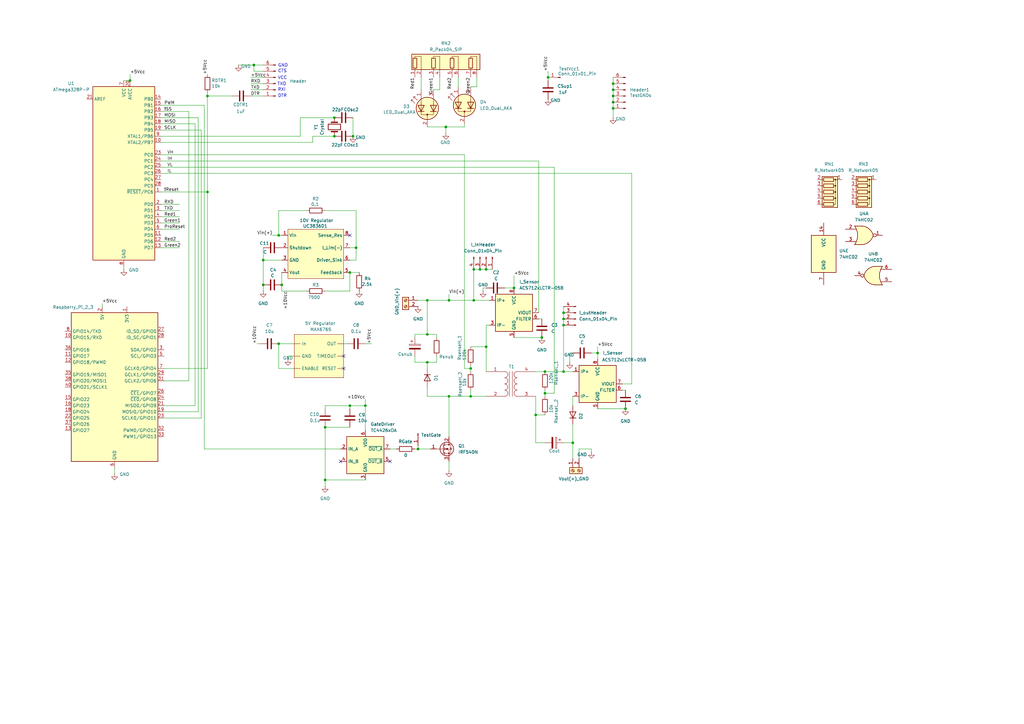
<source format=kicad_sch>
(kicad_sch (version 20250114) (generator "eeschema") (generator_version "9.0")
  (paper "A3")
  (lib_symbols
    (symbol "74xx:74HC02" (pin_names (offset 1.016))
      (property "Reference" "U" (at 0 1.27 0))
      (property "Value" "74HC02" (at 0 -1.27 0))
      (symbol "74HC02_1_1"
        (pin input line (at -7.62 2.54 0) (length 4.318) (name "~") (number "2"))
        (pin input line (at -7.62 -2.54 0) (length 4.318) (name "~") (number "3"))
        (pin output inverted (at 7.62 0 180) (length 3.81) (name "~") (number "1"))
      )
      (symbol "74HC02_1_2"
        (pin input inverted (at -7.62 2.54 0) (length 3.81) (name "~") (number "2"))
        (pin input inverted (at -7.62 -2.54 0) (length 3.81) (name "~") (number "3"))
        (pin output line (at 7.62 0 180) (length 3.81) (name "~") (number "1"))
      )
      (symbol "74HC02_2_1"
        (pin input line (at -7.62 2.54 0) (length 4.318) (name "~") (number "5"))
        (pin input line (at -7.62 -2.54 0) (length 4.318) (name "~") (number "6"))
        (pin output inverted (at 7.62 0 180) (length 3.81) (name "~") (number "4"))
      )
      (symbol "74HC02_2_2"
        (pin input inverted (at -7.62 2.54 0) (length 3.81) (name "~") (number "5"))
        (pin input inverted (at -7.62 -2.54 0) (length 3.81) (name "~") (number "6"))
        (pin output line (at 7.62 0 180) (length 3.81) (name "~") (number "4"))
      )
      (symbol "74HC02_3_1"
        (pin input line (at -7.62 2.54 0) (length 4.318) (name "~") (number "8"))
        (pin input line (at -7.62 -2.54 0) (length 4.318) (name "~") (number "9"))
        (pin output inverted (at 7.62 0 180) (length 3.81) (name "~") (number "10"))
      )
      (symbol "74HC02_3_2"
        (pin input inverted (at -7.62 2.54 0) (length 3.81) (name "~") (number "8"))
        (pin input inverted (at -7.62 -2.54 0) (length 3.81) (name "~") (number "9"))
        (pin output line (at 7.62 0 180) (length 3.81) (name "~") (number "10"))
      )
      (symbol "74HC02_4_1"
        (pin input line (at -7.62 2.54 0) (length 4.318) (name "~") (number "11"))
        (pin input line (at -7.62 -2.54 0) (length 4.318) (name "~") (number "12"))
        (pin output inverted (at 7.62 0 180) (length 3.81) (name "~") (number "13"))
      )
      (symbol "74HC02_4_2"
        (pin input inverted (at -7.62 2.54 0) (length 3.81) (name "~") (number "11"))
        (pin input inverted (at -7.62 -2.54 0) (length 3.81) (name "~") (number "12"))
        (pin output line (at 7.62 0 180) (length 3.81) (name "~") (number "13"))
      )
      (symbol "74HC02_5_0"
        (pin power_in line (at 0 12.7 270) (length 5.08) (name "VCC") (number "14"))
        (pin power_in line (at 0 -12.7 90) (length 5.08) (name "GND") (number "7"))
      )
    )
    (symbol "Connector:Conn_01x01_Pin" (pin_names (offset 1.016) (hide yes))
      (property "Reference" "J" (at 0 2.54 0))
      (property "Value" "Conn_01x01_Pin" (at 0 -2.54 0))
      (symbol "Conn_01x01_Pin_1_1"
        (pin passive line (at 5.08 0 180) (length 3.81) (name "Pin_1") (number "1"))
      )
    )
    (symbol "Connector:Conn_01x04_Pin" (pin_names (offset 1.016) (hide yes))
      (property "Reference" "J" (at 0 5.08 0))
      (property "Value" "Conn_01x04_Pin" (at 0 -7.62 0))
      (symbol "Conn_01x04_Pin_1_1"
        (pin passive line (at 5.08 2.54 180) (length 3.81) (name "Pin_1") (number "1"))
        (pin passive line (at 5.08 0 180) (length 3.81) (name "Pin_2") (number "2"))
        (pin passive line (at 5.08 -2.54 180) (length 3.81) (name "Pin_3") (number "3"))
        (pin passive line (at 5.08 -5.08 180) (length 3.81) (name "Pin_4") (number "4"))
      )
    )
    (symbol "Connector:Raspberry_Pi_2_3"
      (property "Reference" "J" (at -17.78 31.75 0))
      (property "Value" "Raspberry_Pi_2_3" (at 10.16 -31.75 0))
      (symbol "Raspberry_Pi_2_3_1_1"
        (pin bidirectional line (at -20.32 22.86 0) (length 2.54) (name "GPIO14/TXD") (number "8"))
        (pin bidirectional line (at -20.32 20.32 0) (length 2.54) (name "GPIO15/RXD") (number "10"))
        (pin bidirectional line (at -20.32 15.24 0) (length 2.54) (name "GPIO16") (number "36"))
        (pin bidirectional line (at -20.32 12.7 0) (length 2.54) (name "GPIO17") (number "11"))
        (pin bidirectional line (at -20.32 10.16 0) (length 2.54) (name "GPIO18/PWM0") (number "12"))
        (pin bidirectional line (at -20.32 5.08 0) (length 2.54) (name "GPIO19/MISO1") (number "35"))
        (pin bidirectional line (at -20.32 2.54 0) (length 2.54) (name "GPIO20/MOSI1") (number "38"))
        (pin bidirectional line (at -20.32 0 0) (length 2.54) (name "GPIO21/SCLK1") (number "40"))
        (pin bidirectional line (at -20.32 -5.08 0) (length 2.54) (name "GPIO22") (number "15"))
        (pin bidirectional line (at -20.32 -7.62 0) (length 2.54) (name "GPIO23") (number "16"))
        (pin bidirectional line (at -20.32 -10.16 0) (length 2.54) (name "GPIO24") (number "18"))
        (pin bidirectional line (at -20.32 -12.7 0) (length 2.54) (name "GPIO25") (number "22"))
        (pin bidirectional line (at -20.32 -15.24 0) (length 2.54) (name "GPIO26") (number "37"))
        (pin bidirectional line (at -20.32 -17.78 0) (length 2.54) (name "GPIO27") (number "13"))
        (pin power_in line (at -5.08 33.02 270) (length 2.54) (name "5V") (number "2"))
        (pin passive line (at -5.08 33.02 270) (length 2.54) (hide yes) (name "5V") (number "4"))
        (pin passive line (at 0 -33.02 90) (length 2.54) (hide yes) (name "GND") (number "14"))
        (pin passive line (at 0 -33.02 90) (length 2.54) (hide yes) (name "GND") (number "20"))
        (pin passive line (at 0 -33.02 90) (length 2.54) (hide yes) (name "GND") (number "25"))
        (pin passive line (at 0 -33.02 90) (length 2.54) (hide yes) (name "GND") (number "30"))
        (pin passive line (at 0 -33.02 90) (length 2.54) (hide yes) (name "GND") (number "34"))
        (pin passive line (at 0 -33.02 90) (length 2.54) (hide yes) (name "GND") (number "39"))
        (pin power_in line (at 0 -33.02 90) (length 2.54) (name "GND") (number "6"))
        (pin passive line (at 0 -33.02 90) (length 2.54) (hide yes) (name "GND") (number "9"))
        (pin power_in line (at 5.08 33.02 270) (length 2.54) (name "3V3") (number "1"))
        (pin passive line (at 5.08 33.02 270) (length 2.54) (hide yes) (name "3V3") (number "17"))
        (pin bidirectional line (at 20.32 22.86 180) (length 2.54) (name "ID_SD/GPIO0") (number "27"))
        (pin bidirectional line (at 20.32 20.32 180) (length 2.54) (name "ID_SC/GPIO1") (number "28"))
        (pin bidirectional line (at 20.32 15.24 180) (length 2.54) (name "SDA/GPIO2") (number "3"))
        (pin bidirectional line (at 20.32 12.7 180) (length 2.54) (name "SCL/GPIO3") (number "5"))
        (pin bidirectional line (at 20.32 7.62 180) (length 2.54) (name "GCLK0/GPIO4") (number "7"))
        (pin bidirectional line (at 20.32 5.08 180) (length 2.54) (name "GCLK1/GPIO5") (number "29"))
        (pin bidirectional line (at 20.32 2.54 180) (length 2.54) (name "GCLK2/GPIO6") (number "31"))
        (pin bidirectional line (at 20.32 -2.54 180) (length 2.54) (name "~{CE1}/GPIO7") (number "26"))
        (pin bidirectional line (at 20.32 -5.08 180) (length 2.54) (name "~{CE0}/GPIO8") (number "24"))
        (pin bidirectional line (at 20.32 -7.62 180) (length 2.54) (name "MISO0/GPIO9") (number "21"))
        (pin bidirectional line (at 20.32 -10.16 180) (length 2.54) (name "MOSI0/GPIO10") (number "19"))
        (pin bidirectional line (at 20.32 -12.7 180) (length 2.54) (name "SCLK0/GPIO11") (number "23"))
        (pin bidirectional line (at 20.32 -17.78 180) (length 2.54) (name "PWM0/GPIO12") (number "32"))
        (pin bidirectional line (at 20.32 -20.32 180) (length 2.54) (name "PWM1/GPIO13") (number "33"))
      )
    )
    (symbol "Connector:Screw_Terminal_01x02" (pin_names (offset 1.016) (hide yes))
      (property "Reference" "J" (at 0 2.54 0))
      (property "Value" "Screw_Terminal_01x02" (at 0 -5.08 0))
      (symbol "Screw_Terminal_01x02_1_1"
        (pin passive line (at -5.08 0 0) (length 3.81) (name "Pin_1") (number "1"))
        (pin passive line (at -5.08 -2.54 0) (length 3.81) (name "Pin_2") (number "2"))
      )
    )
    (symbol "Device:C" (pin_numbers (hide yes)) (pin_names (offset 0.254))
      (property "Reference" "C" (at 0.635 2.54 0))
      (property "Value" "C" (at 0.635 -2.54 0))
      (symbol "C_1_1"
        (pin passive line (at 0 3.81 270) (length 2.794) (name "~") (number "1"))
        (pin passive line (at 0 -3.81 90) (length 2.794) (name "~") (number "2"))
      )
    )
    (symbol "Device:C_Polarized" (pin_numbers (hide yes)) (pin_names (offset 0.254))
      (property "Reference" "C" (at 0.635 2.54 0))
      (property "Value" "C_Polarized" (at 0.635 -2.54 0))
      (symbol "C_Polarized_1_1"
        (pin passive line (at 0 3.81 270) (length 2.794) (name "~") (number "1"))
        (pin passive line (at 0 -3.81 90) (length 2.794) (name "~") (number "2"))
      )
    )
    (symbol "Device:D" (pin_numbers (hide yes)) (pin_names (offset 1.016) (hide yes))
      (property "Reference" "D" (at 0 2.54 0))
      (property "Value" "D" (at 0 -2.54 0))
      (symbol "D_1_1"
        (pin passive line (at -3.81 0 0) (length 2.54) (name "K") (number "1"))
        (pin passive line (at 3.81 0 180) (length 2.54) (name "A") (number "2"))
      )
    )
    (symbol "Device:LED_Dual_AKA" (pin_names (offset 0) (hide yes))
      (property "Reference" "D" (at 0 5.715 0))
      (property "Value" "LED_Dual_AKA" (at 0 -6.35 0))
      (symbol "LED_Dual_AKA_1_1"
        (pin input line (at -7.62 0 0) (length 3.048) (name "K") (number "2"))
        (pin input line (at 7.62 2.54 180) (length 3.81) (name "A1") (number "1"))
        (pin input line (at 7.62 -2.54 180) (length 3.81) (name "A2") (number "3"))
      )
    )
    (symbol "Device:R" (pin_numbers (hide yes)) (pin_names (offset 0))
      (property "Reference" "R" (at 2.032 0 90))
      (property "Value" "R" (at 0 0 90))
      (symbol "R_1_1"
        (pin passive line (at 0 3.81 270) (length 1.27) (name "~") (number "1"))
        (pin passive line (at 0 -3.81 90) (length 1.27) (name "~") (number "2"))
      )
    )
    (symbol "Device:R_Network05" (pin_names (offset 0) (hide yes))
      (property "Reference" "RN" (at -7.62 0 90))
      (property "Value" "R_Network05" (at 7.62 0 90))
      (symbol "R_Network05_1_1"
        (pin passive line (at -5.08 5.08 270) (length 2.54) (name "common") (number "1"))
        (pin passive line (at -5.08 -5.08 90) (length 1.27) (name "R1") (number "2"))
        (pin passive line (at -2.54 -5.08 90) (length 1.27) (name "R2") (number "3"))
        (pin passive line (at 0 -5.08 90) (length 1.27) (name "R3") (number "4"))
        (pin passive line (at 2.54 -5.08 90) (length 1.27) (name "R4") (number "5"))
        (pin passive line (at 5.08 -5.08 90) (length 1.27) (name "R5") (number "6"))
      )
    )
    (symbol "Device:R_Pack04_SIP" (pin_names (offset 0) (hide yes))
      (property "Reference" "RN" (at -15.24 0 90))
      (property "Value" "R_Pack04_SIP" (at 15.24 0 90))
      (symbol "R_Pack04_SIP_1_1"
        (pin passive line (at -12.7 -5.08 90) (length 3.81) (name "R1.1") (number "1"))
        (pin passive line (at -10.16 -5.08 90) (length 3.81) (name "R1.2") (number "2"))
        (pin passive line (at -5.08 -5.08 90) (length 3.81) (name "R2.1") (number "3"))
        (pin passive line (at -2.54 -5.08 90) (length 3.81) (name "R2.2") (number "4"))
        (pin passive line (at 2.54 -5.08 90) (length 3.81) (name "R3.1") (number "5"))
        (pin passive line (at 5.08 -5.08 90) (length 3.81) (name "R3.2") (number "6"))
        (pin passive line (at 10.16 -5.08 90) (length 3.81) (name "R4.1") (number "7"))
        (pin passive line (at 12.7 -5.08 90) (length 3.81) (name "R4.2") (number "8"))
      )
    )
    (symbol "Device:Transformer_1P_1S" (pin_names (offset 1.016) (hide yes))
      (property "Reference" "T" (at 0 6.35 0))
      (property "Value" "Transformer_1P_1S" (at 0 -7.62 0))
      (symbol "Transformer_1P_1S_1_1"
        (pin passive line (at -10.16 5.08 0) (length 7.62) (name "AA") (number "1"))
        (pin passive line (at -10.16 -5.08 0) (length 7.62) (name "AB") (number "2"))
        (pin passive line (at 10.16 5.08 180) (length 7.62) (name "SB") (number "4"))
        (pin passive line (at 10.16 -5.08 180) (length 7.62) (name "SA") (number "3"))
      )
    )
    (symbol "Driver_FET:TC4426xOA"
      (property "Reference" "U" (at -7.62 8.89 0))
      (property "Value" "TC4426xOA" (at 1.27 8.89 0))
      (symbol "TC4426xOA_1_1"
        (pin input line (at -10.16 2.54 0) (length 2.54) (name "IN_A") (number "2"))
        (pin input line (at -10.16 -2.54 0) (length 2.54) (name "IN_B") (number "4"))
        (pin no_connect line (at -7.62 0 0) (length 2.54) (hide yes) (name "NC") (number "1"))
        (pin power_in line (at 0 10.16 270) (length 2.54) (name "VDD") (number "6"))
        (pin power_in line (at 0 -10.16 90) (length 2.54) (name "GND") (number "3"))
        (pin no_connect line (at 7.62 0 180) (length 2.54) (hide yes) (name "NC") (number "8"))
        (pin output line (at 10.16 2.54 180) (length 2.54) (name "~{OUT_A}") (number "7"))
        (pin output line (at 10.16 -2.54 180) (length 2.54) (name "~{OUT_B}") (number "5"))
      )
    )
    (symbol "MCU_Microchip_ATmega:ATmega328P-P"
      (property "Reference" "U" (at -12.7 36.83 0))
      (property "Value" "ATmega328P-P" (at 2.54 -36.83 0))
      (symbol "ATmega328P-P_1_1"
        (pin passive line (at -15.24 30.48 0) (length 2.54) (name "AREF") (number "21"))
        (pin power_in line (at 0 38.1 270) (length 2.54) (name "VCC") (number "7"))
        (pin passive line (at 0 -38.1 90) (length 2.54) (hide yes) (name "GND") (number "22"))
        (pin power_in line (at 0 -38.1 90) (length 2.54) (name "GND") (number "8"))
        (pin power_in line (at 2.54 38.1 270) (length 2.54) (name "AVCC") (number "20"))
        (pin bidirectional line (at 15.24 30.48 180) (length 2.54) (name "PB0") (number "14"))
        (pin bidirectional line (at 15.24 27.94 180) (length 2.54) (name "PB1") (number "15"))
        (pin bidirectional line (at 15.24 25.4 180) (length 2.54) (name "PB2") (number "16"))
        (pin bidirectional line (at 15.24 22.86 180) (length 2.54) (name "PB3") (number "17"))
        (pin bidirectional line (at 15.24 20.32 180) (length 2.54) (name "PB4") (number "18"))
        (pin bidirectional line (at 15.24 17.78 180) (length 2.54) (name "PB5") (number "19"))
        (pin bidirectional line (at 15.24 15.24 180) (length 2.54) (name "XTAL1/PB6") (number "9"))
        (pin bidirectional line (at 15.24 12.7 180) (length 2.54) (name "XTAL2/PB7") (number "10"))
        (pin bidirectional line (at 15.24 7.62 180) (length 2.54) (name "PC0") (number "23"))
        (pin bidirectional line (at 15.24 5.08 180) (length 2.54) (name "PC1") (number "24"))
        (pin bidirectional line (at 15.24 2.54 180) (length 2.54) (name "PC2") (number "25"))
        (pin bidirectional line (at 15.24 0 180) (length 2.54) (name "PC3") (number "26"))
        (pin bidirectional line (at 15.24 -2.54 180) (length 2.54) (name "PC4") (number "27"))
        (pin bidirectional line (at 15.24 -5.08 180) (length 2.54) (name "PC5") (number "28"))
        (pin bidirectional line (at 15.24 -7.62 180) (length 2.54) (name "~{RESET}/PC6") (number "1"))
        (pin bidirectional line (at 15.24 -12.7 180) (length 2.54) (name "PD0") (number "2"))
        (pin bidirectional line (at 15.24 -15.24 180) (length 2.54) (name "PD1") (number "3"))
        (pin bidirectional line (at 15.24 -17.78 180) (length 2.54) (name "PD2") (number "4"))
        (pin bidirectional line (at 15.24 -20.32 180) (length 2.54) (name "PD3") (number "5"))
        (pin bidirectional line (at 15.24 -22.86 180) (length 2.54) (name "PD4") (number "6"))
        (pin bidirectional line (at 15.24 -25.4 180) (length 2.54) (name "PD5") (number "11"))
        (pin bidirectional line (at 15.24 -27.94 180) (length 2.54) (name "PD6") (number "12"))
        (pin bidirectional line (at 15.24 -30.48 180) (length 2.54) (name "PD7") (number "13"))
      )
    )
    (symbol "New_Library:MAX6765"
      (property "Reference" "MAX6765" (at 0 0 0))
      (symbol "MAX6765_1_1"
        (pin input line (at -10.16 -5.08 0) (length 2.54) (name "In") (number ""))
        (pin input line (at -10.16 -10.16 0) (length 2.54) (name "GND") (number ""))
        (pin input line (at -10.16 -15.24 0) (length 2.54) (name "ENABLE") (number ""))
        (pin input line (at 10.16 -5.08 180) (length 2.54) (name "OUT") (number ""))
        (pin input line (at 10.16 -10.16 180) (length 2.54) (name "TIMEOUT") (number ""))
        (pin input line (at 10.16 -15.24 180) (length 2.54) (name "RESET") (number ""))
      )
    )
    (symbol "Regulator:UC2836D"
      (property "Reference" "UC2836D" (at 0 0 0))
      (symbol "UC2836D_1_1"
        (pin input line (at -13.97 -3.81 0) (length 2.54) (name "Vin") (number "1"))
        (pin input line (at -13.97 -8.89 0) (length 2.54) (name "Shutdown") (number "2"))
        (pin output line (at -13.97 -13.97 0) (length 2.54) (name "GND") (number "3"))
        (pin output line (at -13.97 -19.05 0) (length 2.54) (name "Vout") (number "4"))
        (pin unspecified line (at 13.97 -3.81 180) (length 2.54) (name "Sense_Res") (number "8"))
        (pin output line (at 13.97 -8.89 180) (length 2.54) (name "I_Lim(-)") (number "7"))
        (pin input line (at 13.97 -13.97 180) (length 2.54) (name "Driver_Sink") (number "6"))
        (pin input line (at 13.97 -19.05 180) (length 2.54) (name "Feedback") (number "5"))
      )
    )
    (symbol "Sensor_Current:ACS712xLCTR-05B"
      (property "Reference" "U" (at 2.54 11.43 0))
      (property "Value" "ACS712xLCTR-05B" (at 2.54 8.89 0))
      (symbol "ACS712xLCTR-05B_1_1"
        (pin passive line (at -10.16 5.08 0) (length 2.54) (name "IP+") (number "1"))
        (pin passive line (at -10.16 5.08 0) (length 2.54) (hide yes) (name "IP+") (number "2"))
        (pin passive line (at -10.16 -5.08 0) (length 2.54) (name "IP-") (number "3"))
        (pin passive line (at -10.16 -5.08 0) (length 2.54) (hide yes) (name "IP-") (number "4"))
        (pin power_in line (at 0 10.16 270) (length 2.54) (name "VCC") (number "8"))
        (pin power_in line (at 0 -10.16 90) (length 2.54) (name "GND") (number "5"))
        (pin output line (at 10.16 0 180) (length 2.54) (name "VIOUT") (number "7"))
        (pin passive line (at 10.16 -2.54 180) (length 2.54) (name "FILTER") (number "6"))
      )
    )
    (symbol "Transistor_FET:IRF540N" (pin_names (hide yes))
      (property "Reference" "Q" (at 5.08 1.905 0))
      (property "Value" "IRF540N" (at 5.08 0 0))
      (symbol "IRF540N_1_1"
        (pin input line (at -5.08 0 0) (length 2.54) (name "G") (number "1"))
        (pin passive line (at 2.54 5.08 270) (length 2.54) (name "D") (number "2"))
        (pin passive line (at 2.54 -5.08 90) (length 2.54) (name "S") (number "3"))
      )
    )
    (symbol "Xtal_16MHz:Crystal" (pin_numbers (hide yes)) (pin_names (offset 1.016) (hide yes))
      (property "Reference" "Y" (at 0 3.81 0))
      (property "Value" "Crystal" (at 0 -3.81 0))
      (symbol "Crystal_1_1"
        (pin passive line (at -3.81 0 0) (length 1.27) (name "1") (number "1"))
        (pin passive line (at 3.81 0 180) (length 1.27) (name "2") (number "2"))
      )
    )
    (symbol "conn_01x06_male:Conn_01x06_Male" (pin_names (offset 1.016) (hide yes))
      (property "Reference" "HeaderFTDI1" (at -6.35 -1.524 0))
      (property "Value" "Conn_01x06_Male" (at -6.35 -3.8354 0))
      (symbol "Conn_01x06_Male_1_1"
        (pin passive line (at 5.08 5.08 180) (length 3.81) (name "Pin_1") (number "1"))
        (pin passive line (at 5.08 2.54 180) (length 3.81) (name "Pin_2") (number "2"))
        (pin passive line (at 5.08 0 180) (length 3.81) (name "Pin_3") (number "3"))
        (pin passive line (at 5.08 -2.54 180) (length 3.81) (name "Pin_4") (number "4"))
        (pin passive line (at 5.08 -5.08 180) (length 3.81) (name "Pin_5") (number "5"))
        (pin passive line (at 5.08 -7.62 180) (length 3.81) (name "Pin_6") (number "6"))
      )
    )
    (symbol "power:GND" (power) (pin_numbers (hide yes)) (pin_names (offset 0) (hide yes))
      (property "Value" "GND" (at 0 -3.81 0))
      (symbol "GND_1_1"
        (pin power_in line (at 0 0 270) (length 0) (name "~") (number "1"))
      )
    )
  )
  (text "VCC" (at 115.824 32.004 0) (effects (font (size 1.27 1.27))))
  (text "CTS\n" (at 115.824 29.21 0) (effects (font (size 1.27 1.27))))
  (text "TXO\n\n" (at 115.57 35.56 0) (effects (font (size 1.27 1.27))))
  (text "DTR\n" (at 115.824 39.37 0) (effects (font (size 1.27 1.27))))
  (text "RXI\n" (at 115.57 36.83 0) (effects (font (size 1.27 1.27))))
  (text "GND\n\n" (at 116.078 27.94 0) (effects (font (size 1.27 1.27))))
  (junction (at 175.26 123.19))
  (junction (at 231.14 130.81))
  (junction (at 133.35 175.26))
  (junction (at 149.86 166.37))
  (junction (at 199.39 110.49))
  (junction (at 143.51 166.37))
  (junction (at 194.31 123.19))
  (junction (at 175.26 137.16))
  (junction (at 210.82 118.11))
  (junction (at 196.85 110.49))
  (junction (at 251.46 41.91))
  (junction (at 231.14 128.27))
  (junction (at 193.04 151.13))
  (junction (at 182.88 52.07))
  (junction (at 104.14 26.67))
  (junction (at 224.79 31.75))
  (junction (at 245.11 144.78))
  (junction (at 234.95 181.61))
  (junction (at 144.78 55.88))
  (junction (at 251.46 44.45))
  (junction (at 115.57 116.84))
  (junction (at 114.3 140.97))
  (junction (at 231.14 152.4))
  (junction (at 171.45 184.15))
  (junction (at 107.95 106.68))
  (junction (at 251.46 36.83))
  (junction (at 231.14 133.35))
  (junction (at 251.46 34.29))
  (junction (at 223.52 161.29))
  (junction (at 175.26 148.59))
  (junction (at 143.51 111.76))
  (junction (at 193.04 162.56))
  (junction (at 85.09 39.37))
  (junction (at 184.15 123.19))
  (junction (at 184.15 162.56))
  (junction (at 194.31 110.49))
  (junction (at 223.52 152.4))
  (junction (at 107.95 116.84))
  (junction (at 256.54 167.64))
  (junction (at 222.25 138.43))
  (junction (at 146.05 101.6))
  (junction (at 114.3 96.52))
  (junction (at 251.46 39.37))
  (junction (at 85.09 78.74))
  (junction (at 53.34 33.02))
  (junction (at 199.39 142.24))
  (junction (at 137.16 55.88))
  (junction (at 137.16 48.26))
  (junction (at 133.35 196.85))
  (junction (at 219.71 170.18))
  (no_connect (at 140.97 151.13))
  (no_connect (at 143.51 96.52))
  (no_connect (at 140.97 146.05))
  (no_connect (at 139.7 189.23))
  (no_connect (at 160.02 189.23))
  (wire (pts (xy 80.01 166.37) (xy 80.01 50.8)))
  (wire (pts (xy 231.14 133.35) (xy 231.14 152.4)))
  (wire (pts (xy 67.31 166.37) (xy 80.01 166.37)))
  (wire (pts (xy 146.05 106.68) (xy 146.05 101.6)))
  (wire (pts (xy 123.19 55.88) (xy 66.04 55.88)))
  (wire (pts (xy 234.95 162.56) (xy 234.95 166.37)))
  (wire (pts (xy 251.46 34.29) (xy 251.46 36.83)))
  (wire (pts (xy 111.76 96.52) (xy 114.3 96.52)))
  (wire (pts (xy 219.71 170.18) (xy 223.52 170.18)))
  (wire (pts (xy 194.31 110.49) (xy 196.85 110.49)))
  (wire (pts (xy 193.04 142.24) (xy 199.39 142.24)))
  (wire (pts (xy 46.99 191.77) (xy 46.99 194.31)))
  (wire (pts (xy 219.71 162.56) (xy 219.71 170.18)))
  (wire (pts (xy 223.52 152.4) (xy 231.14 152.4)))
  (wire (pts (xy 219.71 170.18) (xy 219.71 181.61)))
  (wire (pts (xy 77.47 156.21) (xy 77.47 45.72)))
  (wire (pts (xy 199.39 118.11) (xy 198.12 118.11)))
  (wire (pts (xy 190.5 151.13) (xy 193.04 151.13)))
  (wire (pts (xy 222.25 130.81) (xy 220.98 130.81)))
  (wire (pts (xy 128.27 55.88) (xy 128.27 58.42)))
  (wire (pts (xy 231.14 130.81) (xy 231.14 133.35)))
  (wire (pts (xy 179.07 148.59) (xy 179.07 146.05)))
  (wire (pts (xy 133.35 175.26) (xy 133.35 196.85)))
  (wire (pts (xy 199.39 162.56) (xy 193.04 162.56)))
  (wire (pts (xy 85.09 78.74) (xy 85.09 39.37)))
  (wire (pts (xy 102.87 34.29) (xy 107.95 34.29)))
  (wire (pts (xy 133.35 86.36) (xy 146.05 86.36)))
  (wire (pts (xy 83.82 43.18) (xy 83.82 184.15)))
  (wire (pts (xy 207.01 118.11) (xy 210.82 118.11)))
  (wire (pts (xy 182.88 52.07) (xy 190.5 52.07)))
  (wire (pts (xy 67.31 171.45) (xy 82.55 171.45)))
  (wire (pts (xy 259.08 71.12) (xy 259.08 157.48)))
  (wire (pts (xy 118.11 146.05) (xy 120.65 146.05)))
  (wire (pts (xy 245.11 144.78) (xy 245.11 147.32)))
  (wire (pts (xy 105.41 140.97) (xy 106.68 140.97)))
  (wire (pts (xy 251.46 41.91) (xy 251.46 44.45)))
  (wire (pts (xy 175.26 52.07) (xy 182.88 52.07)))
  (wire (pts (xy 180.34 31.75) (xy 180.34 36.83)))
  (wire (pts (xy 160.02 184.15) (xy 162.56 184.15)))
  (wire (pts (xy 133.35 119.38) (xy 143.51 119.38)))
  (wire (pts (xy 251.46 39.37) (xy 251.46 41.91)))
  (wire (pts (xy 85.09 39.37) (xy 95.25 39.37)))
  (wire (pts (xy 82.55 171.45) (xy 82.55 53.34)))
  (wire (pts (xy 104.14 26.67) (xy 107.95 26.67)))
  (wire (pts (xy 231.14 125.73) (xy 231.14 128.27)))
  (wire (pts (xy 66.04 83.82) (xy 73.66 83.82)))
  (wire (pts (xy 172.72 31.75) (xy 172.72 36.83)))
  (wire (pts (xy 233.68 144.78) (xy 233.68 148.59)))
  (wire (pts (xy 187.96 31.75) (xy 187.96 35.56)))
  (wire (pts (xy 179.07 138.43) (xy 179.07 137.16)))
  (wire (pts (xy 143.51 119.38) (xy 143.51 111.76)))
  (wire (pts (xy 175.26 162.56) (xy 175.26 158.75)))
  (wire (pts (xy 114.3 151.13) (xy 120.65 151.13)))
  (wire (pts (xy 149.86 166.37) (xy 149.86 176.53)))
  (wire (pts (xy 66.04 93.98) (xy 73.66 93.98)))
  (wire (pts (xy 144.78 48.26) (xy 144.78 55.88)))
  (wire (pts (xy 80.01 50.8) (xy 66.04 50.8)))
  (wire (pts (xy 50.8 33.02) (xy 53.34 33.02)))
  (wire (pts (xy 149.86 140.97) (xy 152.4 140.97)))
  (wire (pts (xy 210.82 113.03) (xy 210.82 118.11)))
  (wire (pts (xy 133.35 196.85) (xy 149.86 196.85)))
  (wire (pts (xy 149.86 166.37) (xy 149.86 163.83)))
  (wire (pts (xy 114.3 96.52) (xy 115.57 96.52)))
  (wire (pts (xy 170.18 146.05) (xy 170.18 148.59)))
  (wire (pts (xy 194.31 123.19) (xy 200.66 123.19)))
  (wire (pts (xy 53.34 30.48) (xy 53.34 33.02)))
  (wire (pts (xy 195.58 31.75) (xy 195.58 35.56)))
  (wire (pts (xy 184.15 120.65) (xy 184.15 123.19)))
  (wire (pts (xy 184.15 162.56) (xy 184.15 179.07)))
  (wire (pts (xy 171.45 184.15) (xy 176.53 184.15)))
  (wire (pts (xy 220.98 66.04) (xy 66.04 66.04)))
  (wire (pts (xy 196.85 110.49) (xy 199.39 110.49)))
  (wire (pts (xy 115.57 119.38) (xy 125.73 119.38)))
  (wire (pts (xy 107.95 106.68) (xy 115.57 106.68)))
  (wire (pts (xy 66.04 68.58) (xy 227.33 68.58)))
  (wire (pts (xy 170.18 184.15) (xy 171.45 184.15)))
  (wire (pts (xy 231.14 128.27) (xy 231.14 130.81)))
  (wire (pts (xy 133.35 175.26) (xy 143.51 175.26)))
  (wire (pts (xy 234.95 144.78) (xy 233.68 144.78)))
  (wire (pts (xy 128.27 55.88) (xy 137.16 55.88)))
  (wire (pts (xy 224.79 31.75) (xy 224.79 33.02)))
  (wire (pts (xy 193.04 151.13) (xy 193.04 152.4)))
  (wire (pts (xy 83.82 184.15) (xy 139.7 184.15)))
  (wire (pts (xy 199.39 110.49) (xy 201.93 110.49)))
  (wire (pts (xy 171.45 182.88) (xy 171.45 184.15)))
  (wire (pts (xy 193.04 162.56) (xy 184.15 162.56)))
  (wire (pts (xy 85.09 38.1) (xy 85.09 39.37)))
  (wire (pts (xy 114.3 86.36) (xy 125.73 86.36)))
  (wire (pts (xy 146.05 101.6) (xy 143.51 101.6)))
  (wire (pts (xy 251.46 31.75) (xy 251.46 34.29)))
  (wire (pts (xy 237.49 184.15) (xy 242.57 184.15)))
  (wire (pts (xy 177.8 36.83) (xy 180.34 36.83)))
  (wire (pts (xy 182.88 52.07) (xy 182.88 54.61)))
  (wire (pts (xy 199.39 142.24) (xy 199.39 152.4)))
  (wire (pts (xy 175.26 137.16) (xy 175.26 123.19)))
  (wire (pts (xy 114.3 96.52) (xy 114.3 86.36)))
  (wire (pts (xy 224.79 29.21) (xy 224.79 31.75)))
  (wire (pts (xy 184.15 123.19) (xy 194.31 123.19)))
  (wire (pts (xy 234.95 181.61) (xy 234.95 173.99)))
  (wire (pts (xy 133.35 167.64) (xy 133.35 166.37)))
  (wire (pts (xy 66.04 86.36) (xy 73.66 86.36)))
  (wire (pts (xy 245.11 142.24) (xy 245.11 144.78)))
  (wire (pts (xy 66.04 78.74) (xy 85.09 78.74)))
  (wire (pts (xy 193.04 35.56) (xy 195.58 35.56)))
  (wire (pts (xy 255.27 157.48) (xy 259.08 157.48)))
  (wire (pts (xy 123.19 48.26) (xy 137.16 48.26)))
  (wire (pts (xy 175.26 151.13) (xy 175.26 148.59)))
  (wire (pts (xy 256.54 160.02) (xy 255.27 160.02)))
  (wire (pts (xy 41.91 124.46) (xy 41.91 125.73)))
  (wire (pts (xy 219.71 181.61) (xy 223.52 181.61)))
  (wire (pts (xy 140.97 140.97) (xy 142.24 140.97)))
  (wire (pts (xy 245.11 167.64) (xy 256.54 167.64)))
  (wire (pts (xy 198.12 118.11) (xy 198.12 119.38)))
  (wire (pts (xy 193.04 149.86) (xy 193.04 151.13)))
  (wire (pts (xy 227.33 161.29) (xy 223.52 161.29)))
  (wire (pts (xy 97.79 26.67) (xy 104.14 26.67)))
  (wire (pts (xy 170.18 148.59) (xy 175.26 148.59)))
  (wire (pts (xy 223.52 161.29) (xy 223.52 160.02)))
  (wire (pts (xy 67.31 168.91) (xy 81.28 168.91)))
  (wire (pts (xy 175.26 162.56) (xy 184.15 162.56)))
  (wire (pts (xy 190.5 52.07) (xy 190.5 50.8)))
  (wire (pts (xy 237.49 184.15) (xy 237.49 187.96)))
  (wire (pts (xy 66.04 91.44) (xy 73.66 91.44)))
  (wire (pts (xy 102.87 31.75) (xy 107.95 31.75)))
  (wire (pts (xy 231.14 181.61) (xy 234.95 181.61)))
  (wire (pts (xy 231.14 152.4) (xy 234.95 152.4)))
  (wire (pts (xy 66.04 63.5) (xy 190.5 63.5)))
  (wire (pts (xy 146.05 86.36) (xy 146.05 101.6)))
  (wire (pts (xy 133.35 166.37) (xy 143.51 166.37)))
  (wire (pts (xy 234.95 181.61) (xy 234.95 187.96)))
  (wire (pts (xy 102.87 36.83) (xy 107.95 36.83)))
  (wire (pts (xy 66.04 99.06) (xy 73.66 99.06)))
  (wire (pts (xy 107.95 101.6) (xy 107.95 106.68)))
  (wire (pts (xy 66.04 71.12) (xy 259.08 71.12)))
  (wire (pts (xy 143.51 106.68) (xy 146.05 106.68)))
  (wire (pts (xy 66.04 88.9) (xy 73.66 88.9)))
  (wire (pts (xy 66.04 45.72) (xy 77.47 45.72)))
  (wire (pts (xy 251.46 44.45) (xy 251.46 48.26)))
  (wire (pts (xy 171.45 123.19) (xy 175.26 123.19)))
  (wire (pts (xy 170.18 137.16) (xy 175.26 137.16)))
  (wire (pts (xy 227.33 68.58) (xy 227.33 161.29)))
  (wire (pts (xy 85.09 151.13) (xy 85.09 78.74)))
  (wire (pts (xy 143.51 111.76) (xy 147.32 111.76)))
  (wire (pts (xy 107.95 119.38) (xy 107.95 116.84)))
  (wire (pts (xy 123.19 48.26) (xy 123.19 55.88)))
  (wire (pts (xy 200.66 133.35) (xy 199.39 133.35)))
  (wire (pts (xy 175.26 123.19) (xy 184.15 123.19)))
  (wire (pts (xy 81.28 168.91) (xy 81.28 48.26)))
  (wire (pts (xy 170.18 138.43) (xy 170.18 137.16)))
  (wire (pts (xy 220.98 128.27) (xy 220.98 66.04)))
  (wire (pts (xy 104.14 26.67) (xy 104.14 29.21)))
  (wire (pts (xy 184.15 189.23) (xy 184.15 193.04)))
  (wire (pts (xy 219.71 152.4) (xy 223.52 152.4)))
  (wire (pts (xy 210.82 138.43) (xy 222.25 138.43)))
  (wire (pts (xy 81.28 48.26) (xy 66.04 48.26)))
  (wire (pts (xy 114.3 151.13) (xy 114.3 140.97)))
  (wire (pts (xy 115.57 111.76) (xy 115.57 116.84)))
  (wire (pts (xy 66.04 101.6) (xy 73.66 101.6)))
  (wire (pts (xy 190.5 63.5) (xy 190.5 151.13)))
  (wire (pts (xy 107.95 106.68) (xy 107.95 116.84)))
  (wire (pts (xy 149.86 166.37) (xy 143.51 166.37)))
  (wire (pts (xy 118.11 146.05) (xy 118.11 147.32)))
  (wire (pts (xy 77.47 156.21) (xy 67.31 156.21)))
  (wire (pts (xy 107.95 29.21) (xy 104.14 29.21)))
  (wire (pts (xy 82.55 53.34) (xy 66.04 53.34)))
  (wire (pts (xy 115.57 116.84) (xy 115.57 119.38)))
  (wire (pts (xy 133.35 196.85) (xy 133.35 199.39)))
  (wire (pts (xy 128.27 58.42) (xy 66.04 58.42)))
  (wire (pts (xy 120.65 140.97) (xy 114.3 140.97)))
  (wire (pts (xy 175.26 137.16) (xy 179.07 137.16)))
  (wire (pts (xy 223.52 162.56) (xy 223.52 161.29)))
  (wire (pts (xy 50.8 109.22) (xy 50.8 110.49)))
  (wire (pts (xy 66.04 43.18) (xy 83.82 43.18)))
  (wire (pts (xy 67.31 151.13) (xy 85.09 151.13)))
  (wire (pts (xy 251.46 36.83) (xy 251.46 39.37)))
  (wire (pts (xy 102.87 39.37) (xy 107.95 39.37)))
  (wire (pts (xy 199.39 133.35) (xy 199.39 142.24)))
  (wire (pts (xy 193.04 160.02) (xy 193.04 162.56)))
  (wire (pts (xy 242.57 144.78) (xy 245.11 144.78)))
  (wire (pts (xy 143.51 166.37) (xy 143.51 167.64)))
  (wire (pts (xy 242.57 184.15) (xy 242.57 185.42)))
  (wire (pts (xy 179.07 148.59) (xy 175.26 148.59)))
  (wire (pts (xy 194.31 110.49) (xy 194.31 123.19)))
  (label "Red2" (at 185.42 31.75 270))
  (label "+5Vcc" (at 85.09 30.48 90))
  (label "TXD" (at 67.31 86.36 0))
  (label "Green2" (at 193.04 31.75 270))
  (label "MISO" (at 67.31 50.8 0))
  (label "ProReset" (at 67.31 93.98 0))
  (label "Vin(+)" (at 111.76 96.52 180))
  (label "Vin(+)" (at 184.15 120.65 0))
  (label "VH" (at 68.58 63.5 0))
  (label "IH" (at 68.58 66.04 0))
  (label "Green2" (at 67.31 101.6 0))
  (label "RXD" (at 67.31 83.82 0))
  (label "+10Vcc" (at 118.11 119.38 270))
  (label "+5Vcc" (at 210.82 113.03 0))
  (label "Red2" (at 67.31 99.06 0))
  (label "Green1" (at 177.8 31.75 270))
  (label "RXD" (at 102.87 34.29 0))
  (label "+10Vcc" (at 149.86 163.83 180))
  (label "Green1" (at 67.31 91.44 0))
  (label "!SS" (at 67.31 45.72 0))
  (label "Red1" (at 67.31 88.9 0))
  (label "+5Vcc" (at 152.4 140.97 90))
  (label "TXD" (at 102.87 36.83 0))
  (label "!Reset" (at 67.31 78.74 0))
  (label "DTR" (at 102.87 39.37 0))
  (label "+5Vcc" (at 41.91 124.46 0))
  (label "+5Vcc" (at 102.87 31.75 0))
  (label "SCLK" (at 67.31 53.34 0))
  (label "VL" (at 68.58 68.58 0))
  (label "+10Vcc" (at 105.41 140.97 90))
  (label "+5Vcc" (at 224.79 29.21 90))
  (label "MOSI" (at 67.31 48.26 0))
  (label "Red1" (at 170.18 31.75 270))
  (label "IL" (at 68.58 71.12 0))
  (label "+5Vcc" (at 245.11 142.24 0))
  (label "PWM" (at 67.31 43.18 0))
  (label "+5Vcc" (at 53.34 30.48 0))
  (symbol (lib_id "power:GND") (at 242.57 185.42 0) (unit 1)
    (property "Reference" "#PWR021" (effects (hide yes)))
    (property "Value" "GND" (at 238.76 186.436 0))
    (property "Description" "Power symbol creates a global label with name \"GND\" , ground" (effects (hide yes)))
  )
  (symbol (lib_id "74xx:74HC02") (at 354.33 96.52 0) (unit 1)
    (property "Reference" "U4" (at 354.33 87.63 0))
    (property "Value" "74HC02" (at 354.33 90.17 0))
    (property "Footprint" "Package_DIP:DIP-14_W7.62mm_LongPads" (effects (hide yes)))
    (property "Datasheet" "http://www.ti.com/lit/gpn/sn74hc02" (effects (hide yes)))
    (property "Description" "quad 2-input NOR gate" (effects (hide yes)))
  )
  (symbol (lib_id "power:GND") (at 256.54 167.64 0) (unit 1)
    (property "Reference" "#PWR06" (effects (hide yes)))
    (property "Value" "GND" (at 256.54 172.72 0))
    (property "Description" "Power symbol creates a global label with name \"GND\" , ground" (effects (hide yes)))
  )
  (symbol (lib_id "power:GND") (at 222.25 138.43 0) (unit 1)
    (property "Reference" "#PWR04" (effects (hide yes)))
    (property "Value" "GND" (at 222.25 143.51 0))
    (property "Description" "Power symbol creates a global label with name \"GND\" , ground" (effects (hide yes)))
  )
  (symbol (lib_id "power:GND") (at 50.8 110.49 0) (unit 1)
    (property "Reference" "#PWR011" (effects (hide yes)))
    (property "Value" "GND" (at 54.864 110.744 0))
    (property "Description" "Power symbol creates a global label with name \"GND\" , ground" (effects (hide yes)))
  )
  (symbol (lib_id "Device:R") (at 193.04 146.05 180) (unit 1)
    (property "Reference" "RsenseH_1" (at 188.468 137.414 90) (effects (justify left)))
    (property "Value" "120k" (at 190.5 143.002 90) (effects (justify left)))
    (property "Description" "Resistor" (effects (hide yes)))
  )
  (symbol (lib_id "power:GND") (at 182.88 54.61 0) (unit 1)
    (property "Reference" "#PWR08" (effects (hide yes)))
    (property "Value" "GND" (at 182.626 58.42 0))
    (property "Description" "Power symbol creates a global label with name \"GND\" , ground" (effects (hide yes)))
  )
  (symbol (lib_id "Device:C") (at 146.05 140.97 90) (unit 1)
    (property "Reference" "C8" (at 146.05 133.35 90))
    (property "Value" "0.1u" (at 146.05 135.89 90))
    (property "Description" "Unpolarized capacitor" (effects (hide yes)))
  )
  (symbol (lib_id "Device:C") (at 140.97 48.26 270) (unit 1)
    (property "Reference" "COsc2" (at 140.97 44.958 90) (effects (justify left)))
    (property "Value" "22pF" (at 136.144 44.958 90) (effects (justify left)))
    (property "Footprint" "Capacitor_THT:C_Rect_L7.2mm_W3.5mm_P5.00mm_FKS2_FKP2_MKS2_MKP2" (effects (hide yes)))
  )
  (symbol (lib_id "Connector:Conn_01x01_Pin") (at 171.45 177.8 270) (unit 1)
    (property "Reference" "TestGate" (at 172.72 178.4349 90) (effects (justify left)))
    (property "Value" "Conn_01x01_Pin" (effects (hide yes)))
    (property "Footprint" "Connector_JST:JST_XH_B1B-XH-AM_1x01_P2.50mm_Vertical" (effects (hide yes)))
    (property "Description" "Generic connector, single row, 01x01, script generated" (effects (hide yes)))
  )
  (symbol (lib_id "Driver_FET:TC4426xOA") (at 149.86 186.69 0) (unit 1)
    (property "Reference" "GateDriver" (at 152.0033 173.99 0) (effects (justify left)))
    (property "Value" "TC4426xOA" (at 152.0033 176.53 0) (effects (justify left)))
    (property "Footprint" "Package_SO:SOIC-8_3.9x4.9mm_P1.27mm" (effects (hide yes)))
    (property "Datasheet" "https://ww1.microchip.com/downloads/en/DeviceDoc/20001422G.pdf" (effects (hide yes)))
    (property "Description" "1.5A Dual High-Speed Power MOSFET Drivers, 4.5...18V supply, TTL/CMOS compatible inputs, inverting drivers, SOIC-8" (effects (hide yes)))
  )
  (symbol (lib_id "power:GND") (at 224.79 40.64 0) (unit 1)
    (property "Reference" "#PWR015" (effects (hide yes)))
    (property "Value" "GND" (at 227.838 41.148 0))
    (property "Description" "Power symbol creates a global label with name \"GND\" , ground" (effects (hide yes)))
  )
  (symbol (lib_id "power:GND") (at 97.79 26.67 0) (unit 1)
    (property "Reference" "#PWR016" (effects (hide yes)))
    (property "Value" "GND" (at 100.838 27.178 0))
    (property "Description" "Power symbol creates a global label with name \"GND\" , ground" (effects (hide yes)))
  )
  (symbol (lib_id "Device:C") (at 99.06 39.37 90) (unit 1)
    (property "Reference" "CDTR1" (at 101.854 42.926 90) (effects (justify left)))
    (property "Value" "1uF" (at 100.584 45.72 90) (effects (justify left)))
    (property "Footprint" "Capacitor_THT:C_Rect_L7.2mm_W3.5mm_P5.00mm_FKS2_FKP2_MKS2_MKP2" (effects (hide yes)))
  )
  (symbol (lib_id "Sensor_Current:ACS712xLCTR-05B") (at 210.82 128.27 0) (unit 1)
    (property "Reference" "I_Sensor" (at 212.9633 115.57 0) (effects (justify left)))
    (property "Value" "ACS712xLCTR-05B" (at 212.9633 118.11 0) (effects (justify left)))
    (property "Footprint" "Package_SO:SOIC-8_3.9x4.9mm_P1.27mm" (effects (hide yes)))
    (property "Datasheet" "http://www.allegromicro.com/~/media/Files/Datasheets/ACS712-Datasheet.ashx?la=en" (effects (hide yes)))
    (property "Description" "±5A Bidirectional Hall-Effect Current Sensor, +5.0V supply, 185mV/A, SOIC-8" (effects (hide yes)))
  )
  (symbol (lib_id "Device:R_Network05") (at 354.33 78.74 270) (unit 1)
    (property "Reference" "RN3" (at 354.076 67.31 90))
    (property "Value" "R_Network05" (at 354.076 69.85 90))
    (property "Footprint" "Resistor_THT:R_Array_SIP6" (effects (hide yes)))
    (property "Datasheet" "http://www.vishay.com/docs/31509/csc.pdf" (effects (hide yes)))
    (property "Description" "5 resistor network, star topology, bussed resistors, small symbol" (effects (hide yes)))
  )
  (symbol (lib_id "Connector:Conn_01x04_Pin") (at 236.22 130.81 180) (unit 1)
    (property "Reference" "I_outHeader" (at 237.49 128.2699 0) (effects (justify right)))
    (property "Value" "Conn_01x04_Pin" (at 237.49 130.8099 0) (effects (justify right)))
    (property "Footprint" "Connector_PinHeader_2.54mm:PinHeader_1x04_P2.54mm_Vertical" (effects (hide yes)))
    (property "Description" "Generic connector, single row, 01x04, script generated" (effects (hide yes)))
  )
  (symbol (lib_id "Device:C") (at 222.25 134.62 180) (unit 1)
    (property "Reference" "C3" (at 226.06 133.3499 0) (effects (justify right)))
    (property "Value" "C" (at 226.06 135.8899 0) (effects (justify right)))
    (property "Description" "Unpolarized capacitor" (effects (hide yes)))
  )
  (symbol (lib_id "power:GND") (at 171.45 125.73 0) (unit 1)
    (property "Reference" "#PWR018" (effects (hide yes)))
    (property "Value" "GND" (at 171.45 130.81 0))
    (property "Description" "Power symbol creates a global label with name \"GND\" , ground" (effects (hide yes)))
  )
  (symbol (lib_id "Device:C") (at 111.76 116.84 270) (unit 1)
    (property "Reference" "C4" (at 112.014 110.744 90))
    (property "Value" "C" (at 111.76 113.03 90))
    (property "Description" "Unpolarized capacitor" (effects (hide yes)))
  )
  (symbol (lib_id "Connector:Conn_01x04_Pin") (at 199.39 105.41 270) (unit 1)
    (property "Reference" "I_InHeader" (at 198.12 100.33 90))
    (property "Value" "Conn_01x04_Pin" (at 198.12 102.87 90))
    (property "Footprint" "Connector_PinHeader_2.54mm:PinHeader_1x04_P2.54mm_Vertical" (effects (hide yes)))
    (property "Description" "Generic connector, single row, 01x04, script generated" (effects (hide yes)))
  )
  (symbol (lib_id "power:GND") (at 118.11 147.32 0) (unit 1)
    (property "Reference" "#PWR09" (effects (hide yes)))
    (property "Value" "GND" (at 118.11 146.812 0))
    (property "Description" "Power symbol creates a global label with name \"GND\" , ground" (effects (hide yes)))
  )
  (symbol (lib_id "Device:C") (at 203.2 118.11 270) (unit 1)
    (property "Reference" "C2" (at 203.454 111.76 90))
    (property "Value" "C" (at 203.454 114.3 90))
    (property "Description" "Unpolarized capacitor" (effects (hide yes)))
  )
  (symbol (lib_id "Device:D") (at 175.26 154.94 270) (unit 1)
    (property "Reference" "D1" (at 178.816 154.94 0))
    (property "Value" "D" (effects (hide yes)))
    (property "Description" "Diode" (effects (hide yes)))
    (property "Sim.Device" "D" (effects (hide yes)))
    (property "Sim.Pins" "1=K 2=A" (effects (hide yes)))
  )
  (symbol (lib_id "conn_01x06_male:Conn_01x06_Male") (at 256.54 39.37 180) (unit 1)
    (property "Reference" "Header1" (at 258.318 36.83 0) (effects (justify right)))
    (property "Value" "TestGNDs" (at 258.318 39.116 0) (effects (justify right)))
    (property "Footprint" "Atverter_vE:FTDI_USB_TTL_Header" (effects (hide yes)))
  )
  (symbol (lib_id "power:GND") (at 147.32 119.38 0) (unit 1)
    (property "Reference" "#PWR014" (effects (hide yes)))
    (property "Value" "GND" (at 147.32 124.46 0))
    (property "Description" "Power symbol creates a global label with name \"GND\" , ground" (effects (hide yes)))
  )
  (symbol (lib_id "Device:C") (at 224.79 36.83 0) (unit 1)
    (property "Reference" "CSup1" (at 228.6 35.306 0) (effects (justify left)))
    (property "Value" "1uF" (at 229.108 37.846 0) (effects (justify left)))
    (property "Footprint" "Capacitor_THT:C_Rect_L7.2mm_W3.5mm_P5.00mm_FKS2_FKP2_MKS2_MKP2" (effects (hide yes)))
  )
  (symbol (lib_id "Device:R") (at 85.09 34.29 180) (unit 1)
    (property "Reference" "RDTR1" (at 92.964 33.02 0) (effects (justify left)))
    (property "Value" "10k" (at 90.424 35.306 0) (effects (justify left)))
    (property "Description" "Resistor" (effects (hide yes)))
  )
  (symbol (lib_id "Device:R") (at 129.54 119.38 90) (unit 1)
    (property "Reference" "R3" (at 130.81 116.84 90) (effects (justify left)))
    (property "Value" "7500" (at 131.318 121.92 90) (effects (justify left)))
    (property "Description" "Resistor" (effects (hide yes)))
  )
  (symbol (lib_id "74xx:74HC02") (at 358.14 113.03 180) (unit 2)
    (property "Reference" "U4" (at 358.14 104.14 0))
    (property "Value" "74HC02" (at 358.14 106.68 0))
    (property "Footprint" "Package_DIP:DIP-14_W7.62mm_LongPads" (effects (hide yes)))
    (property "Datasheet" "http://www.ti.com/lit/gpn/sn74hc02" (effects (hide yes)))
    (property "Description" "quad 2-input NOR gate" (effects (hide yes)))
  )
  (symbol (lib_id "Sensor_Current:ACS712xLCTR-05B") (at 245.11 157.48 0) (unit 1)
    (property "Reference" "I_Sensor" (at 247.2533 144.78 0) (effects (justify left)))
    (property "Value" "ACS712xLCTR-05B" (at 246.888 147.574 0) (effects (justify left)))
    (property "Footprint" "Package_SO:SOIC-8_3.9x4.9mm_P1.27mm" (effects (hide yes)))
    (property "Datasheet" "http://www.allegromicro.com/~/media/Files/Datasheets/ACS712-Datasheet.ashx?la=en" (effects (hide yes)))
    (property "Description" "±5A Bidirectional Hall-Effect Current Sensor, +5.0V supply, 185mV/A, SOIC-8" (effects (hide yes)))
  )
  (symbol (lib_id "Device:LED_Dual_AKA") (at 190.5 43.18 90) (unit 1)
    (property "Reference" "D4" (at 196.85 41.8464 90) (effects (justify right)))
    (property "Value" "LED_Dual_AKA" (at 196.85 44.3864 90) (effects (justify right)))
    (property "Footprint" "FllybackVE:LED_3pin_P2.54mm" (effects (hide yes)))
    (property "Description" "Dual LED, common cathode on pin 2" (effects (hide yes)))
  )
  (symbol (lib_id "Device:C_Polarized") (at 170.18 142.24 0) (unit 1)
    (property "Reference" "Csnub" (at 169.164 145.288 0) (effects (justify right)))
    (property "Value" "4n" (effects (hide yes)))
    (property "Description" "Polarized capacitor" (effects (hide yes)))
  )
  (symbol (lib_id "Device:R_Network05") (at 340.36 78.74 270) (unit 1)
    (property "Reference" "RN1" (at 340.106 67.31 90))
    (property "Value" "R_Network05" (at 340.106 69.85 90))
    (property "Footprint" "Resistor_THT:R_Array_SIP6" (effects (hide yes)))
    (property "Datasheet" "http://www.vishay.com/docs/31509/csc.pdf" (effects (hide yes)))
    (property "Description" "5 resistor network, star topology, bussed resistors, small symbol" (effects (hide yes)))
  )
  (symbol (lib_id "MCU_Microchip_ATmega:ATmega328P-P") (at 50.8 71.12 0) (unit 1)
    (property "Reference" "U1" (at 29.21 34.2198 0))
    (property "Value" "ATmega328P-P" (at 29.21 36.7598 0))
    (property "Footprint" "Package_DIP:DIP-28_W7.62mm" (effects (hide yes)))
    (property "Datasheet" "http://ww1.microchip.com/downloads/en/DeviceDoc/ATmega328_P%20AVR%20MCU%20with%20picoPower%20Technology%20Data%20Sheet%2040001984A.pdf" (effects (hide yes)))
    (property "Description" "20MHz, 32kB Flash, 2kB SRAM, 1kB EEPROM, DIP-28" (effects (hide yes)))
  )
  (symbol (lib_id "power:GND") (at 107.95 119.38 0) (unit 1)
    (property "Reference" "#PWR013" (effects (hide yes)))
    (property "Value" "GND" (at 107.95 124.46 0))
    (property "Description" "Power symbol creates a global label with name \"GND\" , ground" (effects (hide yes)))
  )
  (symbol (lib_id "Device:LED_Dual_AKA") (at 175.26 44.45 90) (unit 1)
    (property "Reference" "D3" (at 165.354 43.688 90) (effects (justify right)))
    (property "Value" "LED_Dual_AKA" (at 157.226 45.974 90) (effects (justify right)))
    (property "Footprint" "FllybackVE:LED_3pin_P2.54mm" (effects (hide yes)))
    (property "Description" "Dual LED, common cathode on pin 2" (effects (hide yes)))
  )
  (symbol (lib_id "Device:R") (at 193.04 156.21 180) (unit 1)
    (property "Reference" "RsenseH_2" (at 188.722 152.4 90) (effects (justify left)))
    (property "Value" "10k" (at 190.5 154.9401 90) (effects (justify left)))
    (property "Description" "Resistor" (effects (hide yes)))
  )
  (symbol (lib_id "Device:R") (at 223.52 156.21 0) (unit 1)
    (property "Reference" "RsenseL_1" (at 228.092 157.988 90) (effects (justify left)))
    (property "Value" "120k" (at 226.06 157.4799 90) (effects (justify left)))
    (property "Description" "Resistor" (effects (hide yes)))
  )
  (symbol (lib_id "power:GND") (at 46.99 194.31 0) (unit 1)
    (property "Reference" "#PWR012" (effects (hide yes)))
    (property "Value" "GND" (at 51.054 194.564 0))
    (property "Description" "Power symbol creates a global label with name \"GND\" , ground" (effects (hide yes)))
  )
  (symbol (lib_id "Device:R") (at 129.54 86.36 90) (unit 1)
    (property "Reference" "R2" (at 130.81 81.534 90) (effects (justify left)))
    (property "Value" "0.1" (at 130.8099 83.82 90) (effects (justify left)))
    (property "Description" "Resistor" (effects (hide yes)))
  )
  (symbol (lib_id "Xtal_16MHz:Crystal") (at 137.16 52.07 90) (unit 1)
    (property "Reference" "Y1" (at 129.54 52.07 0))
    (property "Value" "Crystal" (at 132.08 52.07 0))
    (property "Footprint" "Crystal:Resonator-2Pin_W10.0mm_H5.0mm" (effects (hide yes)))
    (property "Description" "Two pin crystal" (effects (hide yes)))
  )
  (symbol (lib_id "Device:R") (at 166.37 184.15 90) (unit 1)
    (property "Reference" "RGate" (at 169.164 181.102 90) (effects (justify left)))
    (property "Value" "0" (at 167.132 186.69 90) (effects (justify left)))
    (property "Description" "Resistor" (effects (hide yes)))
  )
  (symbol (lib_id "power:GND") (at 251.46 48.26 0) (unit 1)
    (property "Reference" "#PWR017" (effects (hide yes)))
    (property "Value" "GND" (at 254.508 48.768 0))
    (property "Description" "Power symbol creates a global label with name \"GND\" , ground" (effects (hide yes)))
  )
  (symbol (lib_id "New_Library:MAX6765") (at 130.81 135.89 0) (unit 1)
    (property "Reference" "MAX6765" (at 131.572 135.128 0))
    (property "Value" "5V Regulator" (at 131.318 132.588 0))
    (property "Footprint" "FllybackVE:Max6765" (effects (hide yes)))
    (property "Datasheet" "https://www.mouser.com/datasheet/2/609/MAX6765_MAX6774-3470695.pdf" (effects (hide yes)))
  )
  (symbol (lib_id "power:GND") (at 184.15 193.04 0) (unit 1)
    (property "Reference" "#PWR019" (effects (hide yes)))
    (property "Value" "GND" (at 184.15 198.12 0))
    (property "Description" "Power symbol creates a global label with name \"GND\" , ground" (effects (hide yes)))
  )
  (symbol (lib_id "power:GND") (at 198.12 119.38 0) (unit 1)
    (property "Reference" "#PWR03" (effects (hide yes)))
    (property "Value" "GND" (at 198.12 116.84 0))
    (property "Description" "Power symbol creates a global label with name \"GND\" , ground" (effects (hide yes)))
  )
  (symbol (lib_id "Device:C") (at 238.76 144.78 270) (unit 1)
    (property "Reference" "C5" (at 238.76 137.922 90))
    (property "Value" "C" (at 238.76 140.462 90))
    (property "Description" "Unpolarized capacitor" (effects (hide yes)))
  )
  (symbol (lib_id "Connector:Conn_01x01_Pin") (at 229.87 31.75 180) (unit 1)
    (property "Reference" "TestVcc1" (at 233.426 28.194 0))
    (property "Value" "Conn_01x01_Pin" (at 236.728 30.226 0))
    (property "Description" "Generic connector, single row, 01x01, script generated" (effects (hide yes)))
  )
  (symbol (lib_id "conn_01x06_male:Conn_01x06_Male") (at 113.03 34.29 180) (unit 1)
    (property "Reference" "Header" (at 118.872 33.274 0) (effects (justify right)))
    (property "Value" "Conn_01x06_Male" (effects (hide yes)))
    (property "Footprint" "FllybackVE:FTDI_USB_TTL_Header" (effects (hide yes)))
  )
  (symbol (lib_id "Device:C") (at 143.51 171.45 180) (unit 1)
    (property "Reference" "C9" (at 147.066 170.18 0) (effects (justify right)))
    (property "Value" "10u" (at 146.812 172.466 0) (effects (justify right)))
    (property "Description" "Unpolarized capacitor" (effects (hide yes)))
  )
  (symbol (lib_id "Connector:Screw_Terminal_01x02") (at 234.95 193.04 90) (mirror x) (unit 1)
    (property "Reference" "Vout(+)_GND" (at 229.108 196.342 90) (effects (justify right)))
    (property "Value" "Screw_Terminal_01x02" (effects (hide yes)))
    (property "Description" "Generic screw terminal, single row, 01x02, script generated (kicad-library-utils/schlib/autogen/connector/)" (effects (hide yes)))
  )
  (symbol (lib_id "Connector:Screw_Terminal_01x02") (at 166.37 123.19 0) (mirror y) (unit 1)
    (property "Reference" "GND_Vin(+)" (at 162.814 123.698 90))
    (property "Value" "Screw_Terminal_01x02" (effects (hide yes)))
    (property "Description" "Generic screw terminal, single row, 01x02, script generated (kicad-library-utils/schlib/autogen/connector/)" (effects (hide yes)))
  )
  (symbol (lib_id "Device:R") (at 147.32 115.57 180) (unit 1)
    (property "Reference" "R4" (at 152.146 114.3 0) (effects (justify left)))
    (property "Value" "2.5k" (at 152.654 116.586 0) (effects (justify left)))
    (property "Description" "Resistor" (effects (hide yes)))
  )
  (symbol (lib_id "Connector:Raspberry_Pi_2_3") (at 46.99 158.75 0) (unit 1)
    (property "Reference" "J1" (effects (hide yes)))
    (property "Value" "Raspberry_Pi_2_3" (at 21.59 125.984 0) (effects (justify left)))
    (property "Footprint" "ATverterE:Raspberry_Pi_Zero_and_Four" (effects (hide yes)))
    (property "Datasheet" "https://www.raspberrypi.org/documentation/hardware/raspberrypi/schematics/rpi_SCH_3bplus_1p0_reduced.pdf" (effects (hide yes)))
    (property "Description" "expansion header for Raspberry Pi 2 & 3" (effects (hide yes)))
  )
  (symbol (lib_id "power:GND") (at 133.35 199.39 0) (unit 1)
    (property "Reference" "#PWR010" (effects (hide yes)))
    (property "Value" "GND" (at 133.35 204.47 0))
    (property "Description" "Power symbol creates a global label with name \"GND\" , ground" (effects (hide yes)))
  )
  (symbol (lib_id "Device:R") (at 179.07 142.24 0) (unit 1)
    (property "Reference" "Rsnub" (at 180.086 146.304 0) (effects (justify left)))
    (property "Value" "110" (effects (hide yes)))
    (property "Description" "Resistor" (effects (hide yes)))
  )
  (symbol (lib_id "Device:C") (at 111.76 101.6 270) (unit 1)
    (property "Reference" "C11" (at 108.458 99.822 90))
    (property "Value" "C" (at 108.712 103.378 90))
    (property "Description" "Unpolarized capacitor" (effects (hide yes)))
  )
  (symbol (lib_id "power:GND") (at 144.78 55.88 0) (unit 1)
    (property "Reference" "#PWR07" (effects (hide yes)))
    (property "Value" "GND" (at 147.828 56.388 0))
    (property "Description" "Power symbol creates a global label with name \"GND\" , ground" (effects (hide yes)))
  )
  (symbol (lib_id "Device:R_Pack04_SIP") (at 182.88 26.67 0) (unit 1)
    (property "Reference" "RN2" (at 182.88 17.78 0))
    (property "Value" "R_Pack04_SIP" (at 182.88 20.32 0))
    (property "Footprint" "Resistor_THT:R_Array_SIP8" (effects (hide yes)))
    (property "Datasheet" "http://www.vishay.com/docs/31509/csc.pdf" (effects (hide yes)))
    (property "Description" "4 resistor network, parallel topology, SIP package" (effects (hide yes)))
  )
  (symbol (lib_id "Device:Transformer_1P_1S") (at 209.55 157.48 0) (unit 1)
    (property "Reference" "T1" (at 209.804 150.368 0))
    (property "Value" "Transformer_1P_1S" (effects (hide yes)))
    (property "Description" "Transformer, single primary, single secondary" (effects (hide yes)))
  )
  (symbol (lib_id "Device:R") (at 223.52 166.37 0) (unit 1)
    (property "Reference" "RsenseL_2" (at 228.092 173.736 90) (effects (justify left)))
    (property "Value" "10k" (at 226.06 169.418 90) (effects (justify left)))
    (property "Description" "Resistor" (effects (hide yes)))
  )
  (symbol (lib_id "Device:C") (at 133.35 171.45 180) (unit 1)
    (property "Reference" "C10" (at 127 169.926 0) (effects (justify right)))
    (property "Value" "0.1u" (at 127 172.466 0) (effects (justify right)))
    (property "Description" "Unpolarized capacitor" (effects (hide yes)))
  )
  (symbol (lib_id "power:GND") (at 233.68 148.59 0) (unit 1)
    (property "Reference" "#PWR05" (effects (hide yes)))
    (property "Value" "GND" (at 233.426 145.542 0))
    (property "Description" "Power symbol creates a global label with name \"GND\" , ground" (effects (hide yes)))
  )
  (symbol (lib_id "Regulator:UC2836D") (at 129.54 92.71 0) (unit 1)
    (property "Reference" "UC3836D1" (at 129.286 92.71 0))
    (property "Value" "10V Regulator" (at 129.794 90.424 0))
    (property "Footprint" "FllybackVE:UC2836" (effects (hide yes)))
  )
  (symbol (lib_id "Device:C") (at 110.49 140.97 270) (unit 1)
    (property "Reference" "C7" (at 110.49 133.35 90))
    (property "Value" "10u" (at 110.49 135.89 90))
    (property "Description" "Unpolarized capacitor" (effects (hide yes)))
  )
  (symbol (lib_id "Transistor_FET:IRF540N") (at 181.61 184.15 0) (unit 1)
    (property "Reference" "Q1" (at 187.96 182.8799 0) (effects (justify left)))
    (property "Value" "IRF540N" (at 187.96 185.4199 0) (effects (justify left)))
    (property "Footprint" "Package_TO_SOT_THT:TO-220-3_Vertical" (effects (hide yes)))
    (property "Datasheet" "http://www.irf.com/product-info/datasheets/data/irf540n.pdf" (effects (hide yes)))
    (property "Description" "33A Id, 100V Vds, HEXFET N-Channel MOSFET, TO-220" (effects (hide yes)))
  )
  (symbol (lib_id "Device:C_Polarized") (at 227.33 181.61 270) (unit 1)
    (property "Reference" "Cout" (at 227.33 184.912 90))
    (property "Value" "C_Polarized" (effects (hide yes)))
    (property "Description" "Polarized capacitor" (effects (hide yes)))
  )
  (symbol (lib_id "74xx:74HC02") (at 337.82 104.14 0) (unit 5)
    (property "Reference" "U4" (at 344.17 102.8699 0) (effects (justify left)))
    (property "Value" "74HC02" (at 344.17 105.4099 0) (effects (justify left)))
    (property "Footprint" "Package_DIP:DIP-14_W7.62mm_LongPads" (effects (hide yes)))
    (property "Datasheet" "http://www.ti.com/lit/gpn/sn74hc02" (effects (hide yes)))
    (property "Description" "quad 2-input NOR gate" (effects (hide yes)))
  )
  (symbol (lib_id "Device:C") (at 256.54 163.83 180) (unit 1)
    (property "Reference" "C6" (at 260.35 162.5599 0) (effects (justify right)))
    (property "Value" "C" (at 260.35 165.0999 0) (effects (justify right)))
    (property "Description" "Unpolarized capacitor" (effects (hide yes)))
  )
  (symbol (lib_id "Device:C") (at 140.97 55.88 270) (unit 1)
    (property "Reference" "COsc1" (at 140.97 59.436 90) (effects (justify left)))
    (property "Value" "22pF" (at 135.89 59.436 90) (effects (justify left)))
    (property "Footprint" "Capacitor_THT:C_Rect_L7.2mm_W3.5mm_P5.00mm_FKS2_FKP2_MKS2_MKP2" (effects (hide yes)))
  )
  (symbol (lib_id "Device:D") (at 234.95 170.18 90) (unit 1)
    (property "Reference" "D2" (at 238.252 170.688 0))
    (property "Value" "D" (effects (hide yes)))
    (property "Description" "Diode" (effects (hide yes)))
    (property "Sim.Device" "D" (effects (hide yes)))
    (property "Sim.Pins" "1=K 2=A" (effects (hide yes)))
  )
)
</source>
